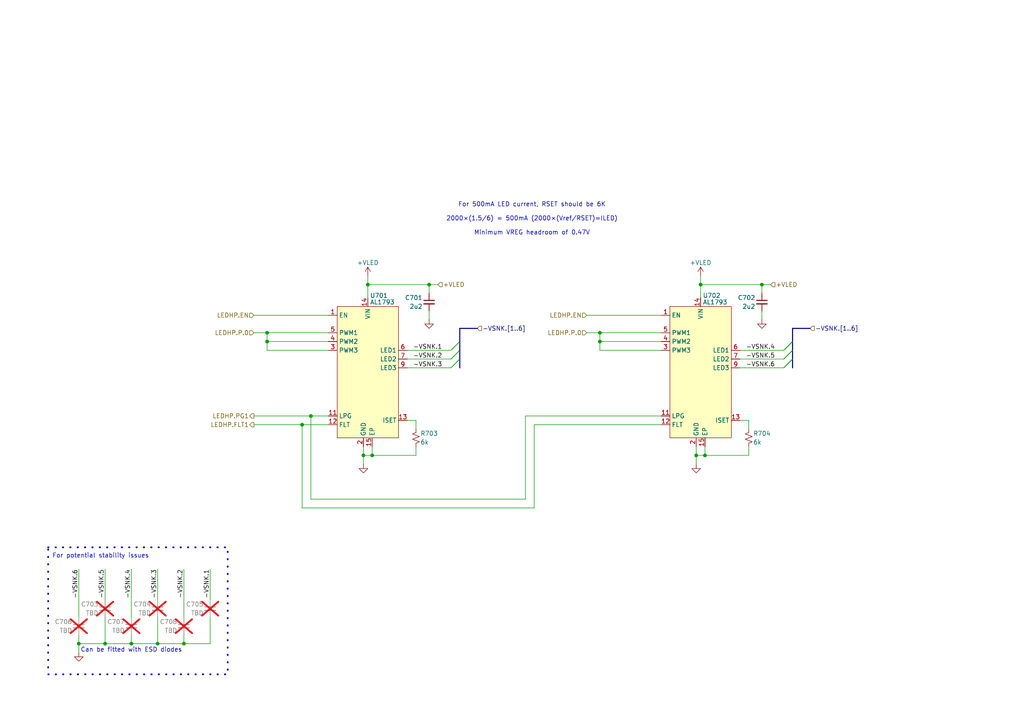
<source format=kicad_sch>
(kicad_sch (version 20250114) (generator "eeschema") (generator_version "9.0")
  (paper "A4")
  (title_block (title "Growlight controller, cold white driver") (rev "0.1") (comment 1 "RSET = 6K → 500mA IREG") (comment 2 "VDROP_{typ}@500mA = 470mV"))
  (lib_symbols
    (symbol "Device:C_Small" (pin_numbers (hide yes)) (pin_names (offset 0.254) (hide yes))
      (property "Reference" "C" (at 0.254 1.778 0))
      (property "Value" "C_Small" (at 0.254 -2.032 0))
      (symbol "C_Small_0_1"
        (polyline (pts (xy -1.524 0.508) (xy 1.524 0.508)) (stroke (width 0.3048)))
        (polyline (pts (xy -1.524 -0.508) (xy 1.524 -0.508)) (stroke (width 0.3302)))
      )
      (symbol "C_Small_1_1"
        (pin passive line (at 0 2.54 270) (length 2.032) (name "~") (number "1"))
        (pin passive line (at 0 -2.54 90) (length 2.032) (name "~") (number "2"))
      )
    )
    (symbol "Device:R_Small_US" (pin_numbers (hide yes)) (pin_names (offset 0.254) (hide yes))
      (property "Reference" "R" (at 0.762 0.508 0))
      (property "Value" "R_Small_US" (at 0.762 -1.016 0))
      (symbol "R_Small_US_1_1"
        (polyline (pts (xy 0 1.524) (xy 1.016 1.143) (xy 0 0.762) (xy -1.016 0.381) (xy 0 0)))
        (polyline (pts (xy 0 0) (xy 1.016 -0.381) (xy 0 -0.762) (xy -1.016 -1.143) (xy 0 -1.524)))
        (pin passive line (at 0 2.54 270) (length 1.016) (name "~") (number "1"))
        (pin passive line (at 0 -2.54 90) (length 1.016) (name "~") (number "2"))
      )
    )
    (symbol "LED driver:AL1793AFE-13"
      (property "Reference" "U" (at 0.635 22.225 0))
      (property "Value" "AL1793" (at 0.635 20.32 0))
      (symbol "AL1793AFE-13_0_0"
        (pin input line (at -11.43 16.51 0) (length 2.54) (name "EN") (number "1"))
        (pin input line (at -11.43 11.43 0) (length 2.54) (name "PWM1") (number "5"))
        (pin input line (at -11.43 8.89 0) (length 2.54) (name "PWM2") (number "4"))
        (pin input line (at -11.43 6.35 0) (length 2.54) (name "PWM3") (number "3"))
        (pin power_in line (at -1.27 -21.59 90) (length 2.54) (name "GND") (number "2"))
        (pin power_in line (at 0 21.59 270) (length 2.54) (name "VIN") (number "14"))
        (pin passive line (at 11.43 -13.97 180) (length 2.54) (name "ISET") (number "13"))
      )
      (symbol "AL1793AFE-13_1_0"
        (pin open_collector line (at -11.43 -12.7 0) (length 2.54) (name "LPG") (number "11"))
        (pin open_collector line (at -11.43 -15.24 0) (length 2.54) (name "FLT") (number "12"))
        (pin passive line (at -1.27 -21.59 90) (length 2.54) (hide yes) (name "GND") (number "10"))
        (pin passive line (at -1.27 -21.59 90) (length 2.54) (hide yes) (name "GND") (number "8"))
        (pin passive line (at 1.27 -21.59 90) (length 2.54) (name "EP") (number "15"))
        (pin passive line (at 11.43 6.35 180) (length 2.54) (name "LED1") (number "6"))
        (pin passive line (at 11.43 3.81 180) (length 2.54) (name "LED2") (number "7"))
        (pin passive line (at 11.43 1.27 180) (length 2.54) (name "LED3") (number "9"))
      )
      (symbol "AL1793AFE-13_1_1"
        (rectangle (start -8.89 19.05) (end 8.89 -19.05) (fill (type background)))
      )
    )
    (symbol "power:GND" (power) (pin_numbers (hide yes)) (pin_names (offset 0) (hide yes))
      (property "Value" "GND" (at 0 -3.81 0))
      (symbol "GND_0_1"
        (polyline (pts (xy 0 0) (xy 0 -1.27) (xy 1.27 -1.27) (xy 0 -2.54) (xy -1.27 -1.27) (xy 0 -1.27)))
      )
      (symbol "GND_1_1"
        (pin power_in line (at 0 0 270) (length 0) (name "~") (number "1"))
      )
    )
    (symbol "power:VAA" (power) (pin_numbers (hide yes)) (pin_names (offset 0) (hide yes))
      (property "Value" "VAA" (at 0 3.556 0))
      (symbol "VAA_0_1"
        (polyline (pts (xy -0.762 1.27) (xy 0 2.54)))
        (polyline (pts (xy 0 2.54) (xy 0.762 1.27)))
        (polyline (pts (xy 0 0) (xy 0 2.54)))
      )
      (symbol "VAA_1_1"
        (pin power_in line (at 0 0 90) (length 0) (name "~") (number "1"))
      )
    )
  )
  (rectangle (start 13.97 158.75) (end 66.04 195.58) (stroke (width 0.508) (type dot)))
  (text "Can be fitted with ESD diodes" (at 38.1 188.595 0) (effects (font (size 1.27 1.27))))
  (text "For 500mA LED current, RSET should be 6K\n\n2000×(1.5/6) = 500mA (2000×(Vref/RSET)=ILED)\n\nMinimum VREG headroom of 0.47V" (at 154.305 63.5 0) (effects (font (size 1.27 1.27))))
  (text "For potential stability issues" (at 29.21 161.29 0) (effects (font (size 1.27 1.27))))
  (junction (at 22.86 186.69))
  (junction (at 173.99 99.06))
  (junction (at 106.68 82.55))
  (junction (at 105.41 132.08))
  (junction (at 201.93 132.08))
  (junction (at 204.47 132.08))
  (junction (at 124.46 82.55))
  (junction (at 87.63 123.19))
  (junction (at 77.47 96.52))
  (junction (at 38.1 186.69))
  (junction (at 173.99 96.52))
  (junction (at 30.48 186.69))
  (junction (at 53.34 186.69))
  (junction (at 107.95 132.08))
  (junction (at 45.72 186.69))
  (junction (at 90.17 120.65))
  (junction (at 203.2 82.55))
  (junction (at 77.47 99.06))
  (junction (at 220.98 82.55))
  (bus_entry (at 229.87 104.14) (size -2.54 2.54))
  (bus_entry (at 133.35 104.14) (size -2.54 2.54))
  (bus_entry (at 133.35 101.6) (size -2.54 2.54))
  (bus_entry (at 229.87 99.06) (size -2.54 2.54))
  (bus_entry (at 133.35 104.14) (size -2.54 2.54))
  (bus_entry (at 229.87 101.6) (size -2.54 2.54))
  (bus_entry (at 229.87 104.14) (size -2.54 2.54))
  (bus_entry (at 229.87 101.6) (size -2.54 2.54))
  (bus_entry (at 229.87 101.6) (size -2.54 2.54))
  (bus_entry (at 229.87 104.14) (size -2.54 2.54))
  (bus_entry (at 133.35 99.06) (size -2.54 2.54))
  (bus_entry (at 229.87 99.06) (size -2.54 2.54))
  (bus_entry (at 133.35 101.6) (size -2.54 2.54))
  (bus_entry (at 133.35 99.06) (size -2.54 2.54))
  (bus_entry (at 229.87 99.06) (size -2.54 2.54))
  (wire (pts (xy 106.68 82.55) (xy 106.68 86.36)))
  (wire (pts (xy 154.94 123.19) (xy 154.94 147.32)))
  (wire (pts (xy 154.94 147.32) (xy 87.63 147.32)))
  (bus (pts (xy 229.87 104.14) (xy 229.87 106.68)))
  (wire (pts (xy 30.48 165.1) (xy 30.48 173.99)))
  (wire (pts (xy 220.98 90.17) (xy 220.98 92.71)))
  (wire (pts (xy 77.47 96.52) (xy 73.66 96.52)))
  (wire (pts (xy 201.93 132.08) (xy 201.93 134.62)))
  (wire (pts (xy 124.46 82.55) (xy 127 82.55)))
  (wire (pts (xy 214.63 101.6) (xy 227.33 101.6)))
  (wire (pts (xy 173.99 96.52) (xy 173.99 99.06)))
  (wire (pts (xy 118.11 101.6) (xy 130.81 101.6)))
  (wire (pts (xy 90.17 120.65) (xy 95.25 120.65)))
  (wire (pts (xy 107.95 132.08) (xy 120.65 132.08)))
  (bus (pts (xy 229.87 99.06) (xy 229.87 101.6)))
  (wire (pts (xy 120.65 124.46) (xy 120.65 121.92)))
  (bus (pts (xy 133.35 99.06) (xy 133.35 101.6)))
  (wire (pts (xy 45.72 186.69) (xy 38.1 186.69)))
  (wire (pts (xy 120.65 121.92) (xy 118.11 121.92)))
  (wire (pts (xy 60.96 186.69) (xy 53.34 186.69)))
  (wire (pts (xy 204.47 132.08) (xy 217.17 132.08)))
  (wire (pts (xy 38.1 186.69) (xy 30.48 186.69)))
  (wire (pts (xy 173.99 96.52) (xy 191.77 96.52)))
  (wire (pts (xy 38.1 184.15) (xy 38.1 186.69)))
  (wire (pts (xy 120.65 132.08) (xy 120.65 129.54)))
  (wire (pts (xy 73.66 120.65) (xy 90.17 120.65)))
  (bus (pts (xy 133.35 95.25) (xy 133.35 99.06)))
  (wire (pts (xy 45.72 179.07) (xy 45.72 186.69)))
  (wire (pts (xy 106.68 82.55) (xy 124.46 82.55)))
  (wire (pts (xy 173.99 96.52) (xy 170.18 96.52)))
  (wire (pts (xy 152.4 144.78) (xy 90.17 144.78)))
  (wire (pts (xy 77.47 101.6) (xy 95.25 101.6)))
  (wire (pts (xy 87.63 123.19) (xy 95.25 123.19)))
  (wire (pts (xy 22.86 165.1) (xy 22.86 179.07)))
  (wire (pts (xy 105.41 129.54) (xy 105.41 132.08)))
  (wire (pts (xy 22.86 186.69) (xy 22.86 189.23)))
  (wire (pts (xy 203.2 80.01) (xy 203.2 82.55)))
  (wire (pts (xy 60.96 173.99) (xy 60.96 165.1)))
  (wire (pts (xy 107.95 129.54) (xy 107.95 132.08)))
  (bus (pts (xy 229.87 95.25) (xy 234.95 95.25)))
  (wire (pts (xy 45.72 165.1) (xy 45.72 173.99)))
  (wire (pts (xy 220.98 82.55) (xy 220.98 85.09)))
  (wire (pts (xy 77.47 99.06) (xy 77.47 101.6)))
  (wire (pts (xy 191.77 120.65) (xy 152.4 120.65)))
  (wire (pts (xy 173.99 101.6) (xy 191.77 101.6)))
  (wire (pts (xy 214.63 106.68) (xy 227.33 106.68)))
  (wire (pts (xy 73.66 91.44) (xy 95.25 91.44)))
  (wire (pts (xy 53.34 165.1) (xy 53.34 179.07)))
  (wire (pts (xy 118.11 106.68) (xy 130.81 106.68)))
  (wire (pts (xy 204.47 129.54) (xy 204.47 132.08)))
  (bus (pts (xy 133.35 95.25) (xy 138.43 95.25)))
  (bus (pts (xy 133.35 104.14) (xy 133.35 106.68)))
  (wire (pts (xy 53.34 186.69) (xy 45.72 186.69)))
  (wire (pts (xy 38.1 165.1) (xy 38.1 179.07)))
  (wire (pts (xy 201.93 129.54) (xy 201.93 132.08)))
  (wire (pts (xy 203.2 82.55) (xy 203.2 86.36)))
  (wire (pts (xy 124.46 82.55) (xy 124.46 85.09)))
  (wire (pts (xy 77.47 99.06) (xy 95.25 99.06)))
  (wire (pts (xy 170.18 91.44) (xy 191.77 91.44)))
  (bus (pts (xy 229.87 95.25) (xy 229.87 99.06)))
  (wire (pts (xy 217.17 132.08) (xy 217.17 129.54)))
  (wire (pts (xy 191.77 123.19) (xy 154.94 123.19)))
  (wire (pts (xy 77.47 96.52) (xy 77.47 99.06)))
  (wire (pts (xy 22.86 184.15) (xy 22.86 186.69)))
  (wire (pts (xy 214.63 104.14) (xy 227.33 104.14)))
  (wire (pts (xy 53.34 184.15) (xy 53.34 186.69)))
  (wire (pts (xy 30.48 179.07) (xy 30.48 186.69)))
  (wire (pts (xy 30.48 186.69) (xy 22.86 186.69)))
  (wire (pts (xy 105.41 132.08) (xy 105.41 134.62)))
  (wire (pts (xy 173.99 99.06) (xy 191.77 99.06)))
  (wire (pts (xy 90.17 144.78) (xy 90.17 120.65)))
  (wire (pts (xy 203.2 82.55) (xy 220.98 82.55)))
  (wire (pts (xy 87.63 147.32) (xy 87.63 123.19)))
  (wire (pts (xy 60.96 179.07) (xy 60.96 186.69)))
  (wire (pts (xy 105.41 132.08) (xy 107.95 132.08)))
  (bus (pts (xy 229.87 101.6) (xy 229.87 104.14)))
  (bus (pts (xy 133.35 101.6) (xy 133.35 104.14)))
  (wire (pts (xy 220.98 82.55) (xy 223.52 82.55)))
  (wire (pts (xy 173.99 99.06) (xy 173.99 101.6)))
  (wire (pts (xy 73.66 123.19) (xy 87.63 123.19)))
  (wire (pts (xy 152.4 120.65) (xy 152.4 144.78)))
  (wire (pts (xy 118.11 104.14) (xy 130.81 104.14)))
  (wire (pts (xy 106.68 80.01) (xy 106.68 82.55)))
  (wire (pts (xy 124.46 90.17) (xy 124.46 92.71)))
  (wire (pts (xy 77.47 96.52) (xy 95.25 96.52)))
  (wire (pts (xy 217.17 124.46) (xy 217.17 121.92)))
  (wire (pts (xy 201.93 132.08) (xy 204.47 132.08)))
  (wire (pts (xy 217.17 121.92) (xy 214.63 121.92)))
  (label "-VSNK.6" (at 22.86 165.1 270))
  (label "-VSNK.2" (at 53.34 165.1 270))
  (label "-VSNK.4" (at 38.1 165.1 270))
  (label "-VSNK.2" (at 128.27 104.14 180))
  (label "-VSNK.5" (at 224.79 104.14 180))
  (label "-VSNK.6" (at 224.79 106.68 180))
  (label "-VSNK.4" (at 224.79 101.6 180))
  (label "-VSNK.3" (at 45.72 165.1 270))
  (label "-VSNK.3" (at 128.27 106.68 180))
  (label "-VSNK.1" (at 128.27 101.6 180))
  (label "-VSNK.5" (at 30.48 165.1 270))
  (label "-VSNK.1" (at 60.96 165.1 270))
  (hierarchical_label "+VLED" (shape input) (at 127 82.55 0))
  (hierarchical_label "LEDHP.FLT1" (shape output) (at 73.66 123.19 180))
  (hierarchical_label "LEDHP.EN" (shape input) (at 170.18 91.44 180))
  (hierarchical_label "+VLED" (shape input) (at 223.52 82.55 0))
  (hierarchical_label "-VSNK.[1..6]" (shape input) (at 138.43 95.25 0))
  (hierarchical_label "LEDHP.P.0" (shape input) (at 170.18 96.52 180))
  (hierarchical_label "LEDHP.PG1" (shape output) (at 73.66 120.65 180))
  (hierarchical_label "-VSNK.[1..6]" (shape input) (at 234.95 95.25 0))
  (hierarchical_label "LEDHP.EN" (shape input) (at 73.66 91.44 180))
  (hierarchical_label "LEDHP.P.0" (shape input) (at 73.66 96.52 180))
  (symbol (lib_id "Device:C_Small") (at 45.72 176.53 0) (unit 1) (dnp yes)
    (property "Reference" "C704" (at 43.815 175.26 0) (effects (justify right)))
    (property "Value" "TBD" (at 43.815 177.8 0) (effects (justify right)))
    (property "Footprint" "Perfect passives:C 0402 (1005 Metric)" (effects (hide yes)))
    (property "Description" "Unpolarized capacitor, small symbol" (effects (hide yes)))
  )
  (symbol (lib_id "power:GND") (at 22.86 189.23 0) (unit 1)
    (property "Reference" "#PWR0708" (effects (hide yes)))
    (property "Value" "GND" (effects (hide yes)))
    (property "Description" "Power symbol creates a global label with name \"GND\" , ground" (effects (hide yes)))
  )
  (symbol (lib_id "power:VAA") (at 106.68 80.01 0) (unit 1)
    (property "Reference" "#PWR0701" (effects (hide yes)))
    (property "Value" "+VLED" (at 106.68 76.2 0))
    (property "Description" "Power symbol creates a global label with name \"VAA\"" (effects (hide yes)))
  )
  (symbol (lib_id "power:GND") (at 105.41 134.62 0) (mirror y) (unit 1)
    (property "Reference" "#PWR0706" (effects (hide yes)))
    (property "Value" "GND" (effects (hide yes)))
    (property "Description" "Power symbol creates a global label with name \"GND\" , ground" (effects (hide yes)))
  )
  (symbol (lib_id "Device:R_Small_US") (at 217.17 127 0) (mirror y) (unit 1)
    (property "Reference" "R704" (at 218.44 125.73 0) (effects (justify right)))
    (property "Value" "6k" (at 218.44 128.27 0) (effects (justify right)))
    (property "Footprint" "Perfect passives:R 0402 (1005 Metric)" (effects (hide yes)))
    (property "Description" "Resistor, small US symbol" (effects (hide yes)))
  )
  (symbol (lib_id "Device:C_Small") (at 30.48 176.53 0) (unit 1) (dnp yes)
    (property "Reference" "C703" (at 28.575 175.26 0) (effects (justify right)))
    (property "Value" "TBD" (at 28.575 177.8 0) (effects (justify right)))
    (property "Footprint" "Perfect passives:C 0402 (1005 Metric)" (effects (hide yes)))
    (property "Description" "Unpolarized capacitor, small symbol" (effects (hide yes)))
  )
  (symbol (lib_id "Device:C_Small") (at 220.98 87.63 0) (unit 1)
    (property "Reference" "C702" (at 219.075 86.36 0) (effects (justify right)))
    (property "Value" "2u2" (at 219.075 88.9 0) (effects (justify right)))
    (property "Footprint" "Perfect passives:C 0603 (1608 Metric)" (effects (hide yes)))
    (property "Description" "Unpolarized capacitor, small symbol" (effects (hide yes)))
  )
  (symbol (lib_id "Device:C_Small") (at 38.1 181.61 0) (unit 1) (dnp yes)
    (property "Reference" "C707" (at 36.195 180.34 0) (effects (justify right)))
    (property "Value" "TBD" (at 36.195 182.88 0) (effects (justify right)))
    (property "Footprint" "Perfect passives:C 0402 (1005 Metric)" (effects (hide yes)))
    (property "Description" "Unpolarized capacitor, small symbol" (effects (hide yes)))
  )
  (symbol (lib_id "power:GND") (at 124.46 92.71 0) (mirror y) (unit 1)
    (property "Reference" "#PWR0703" (effects (hide yes)))
    (property "Value" "GND" (effects (hide yes)))
    (property "Description" "Power symbol creates a global label with name \"GND\" , ground" (effects (hide yes)))
  )
  (symbol (lib_id "power:GND") (at 201.93 134.62 0) (mirror y) (unit 1)
    (property "Reference" "#PWR0707" (effects (hide yes)))
    (property "Value" "GND" (effects (hide yes)))
    (property "Description" "Power symbol creates a global label with name \"GND\" , ground" (effects (hide yes)))
  )
  (symbol (lib_id "power:VAA") (at 203.2 80.01 0) (unit 1)
    (property "Reference" "#PWR0702" (effects (hide yes)))
    (property "Value" "+VLED" (at 203.2 76.2 0))
    (property "Description" "Power symbol creates a global label with name \"VAA\"" (effects (hide yes)))
  )
  (symbol (lib_id "power:GND") (at 220.98 92.71 0) (mirror y) (unit 1)
    (property "Reference" "#PWR0704" (effects (hide yes)))
    (property "Value" "GND" (effects (hide yes)))
    (property "Description" "Power symbol creates a global label with name \"GND\" , ground" (effects (hide yes)))
  )
  (symbol (lib_id "Device:C_Small") (at 60.96 176.53 0) (unit 1) (dnp yes)
    (property "Reference" "C705" (at 59.055 175.26 0) (effects (justify right)))
    (property "Value" "TBD" (at 59.055 177.8 0) (effects (justify right)))
    (property "Footprint" "Perfect passives:C 0402 (1005 Metric)" (effects (hide yes)))
    (property "Description" "Unpolarized capacitor, small symbol" (effects (hide yes)))
  )
  (symbol (lib_id "LED driver:AL1793AFE-13") (at 106.68 107.95 0) (unit 1)
    (property "Reference" "U701" (at 107.315 85.725 0) (effects (justify left)))
    (property "Value" "AL1793" (at 107.315 87.63 0) (effects (justify left)))
    (property "Footprint" "DFN-x:UDFN4030-14 (3x4) 1EP" (effects (hide yes)))
    (property "Description" "3 channel linear LED driver. Vin = 6.5-30V. 500mA current sink per channel. Analog and PWM dimming. Hardware configuration." (effects (hide yes)))
  )
  (symbol (lib_id "Device:C_Small") (at 124.46 87.63 0) (unit 1)
    (property "Reference" "C701" (at 122.555 86.36 0) (effects (justify right)))
    (property "Value" "2u2" (at 122.555 88.9 0) (effects (justify right)))
    (property "Footprint" "Perfect passives:C 0603 (1608 Metric)" (effects (hide yes)))
    (property "Description" "Unpolarized capacitor, small symbol" (effects (hide yes)))
  )
  (symbol (lib_id "Device:C_Small") (at 53.34 181.61 0) (unit 1) (dnp yes)
    (property "Reference" "C708" (at 51.435 180.34 0) (effects (justify right)))
    (property "Value" "TBD" (at 51.435 182.88 0) (effects (justify right)))
    (property "Footprint" "Perfect passives:C 0402 (1005 Metric)" (effects (hide yes)))
    (property "Description" "Unpolarized capacitor, small symbol" (effects (hide yes)))
  )
  (symbol (lib_id "Device:R_Small_US") (at 120.65 127 0) (mirror y) (unit 1)
    (property "Reference" "R703" (at 121.92 125.73 0) (effects (justify right)))
    (property "Value" "6k" (at 121.92 128.27 0) (effects (justify right)))
    (property "Footprint" "Perfect passives:R 0402 (1005 Metric)" (effects (hide yes)))
    (property "Description" "Resistor, small US symbol" (effects (hide yes)))
  )
  (symbol (lib_id "LED driver:AL1793AFE-13") (at 203.2 107.95 0) (unit 1)
    (property "Reference" "U702" (at 203.835 85.725 0) (effects (justify left)))
    (property "Value" "AL1793" (at 203.835 87.63 0) (effects (justify left)))
    (property "Footprint" "DFN-x:UDFN4030-14 (3x4) 1EP" (effects (hide yes)))
    (property "Description" "3 channel linear LED driver. Vin = 6.5-30V. 500mA current sink per channel. Analog and PWM dimming. Hardware configuration." (effects (hide yes)))
  )
  (symbol (lib_id "Device:C_Small") (at 22.86 181.61 0) (unit 1) (dnp yes)
    (property "Reference" "C706" (at 20.955 180.34 0) (effects (justify right)))
    (property "Value" "TBD" (at 20.955 182.88 0) (effects (justify right)))
    (property "Footprint" "Perfect passives:C 0402 (1005 Metric)" (effects (hide yes)))
    (property "Description" "Unpolarized capacitor, small symbol" (effects (hide yes)))
  )
)
</source>
